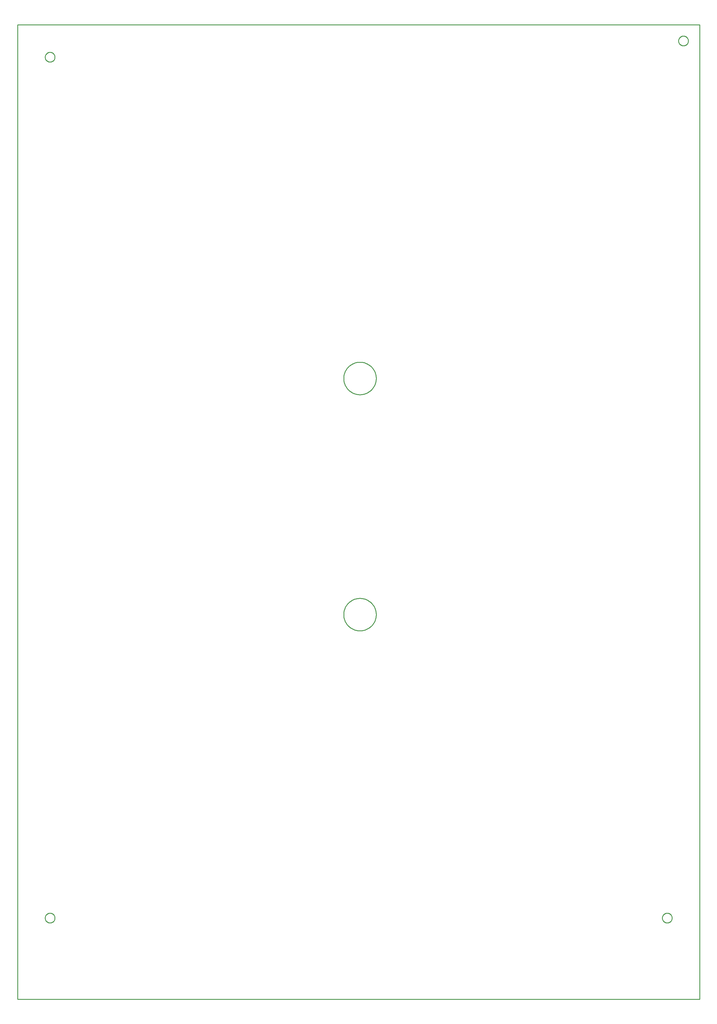
<source format=gbr>
G04 EAGLE Gerber RS-274X export*
G75*
%MOMM*%
%FSLAX34Y34*%
%LPD*%
%IN*%
%IPPOS*%
%AMOC8*
5,1,8,0,0,1.08239X$1,22.5*%
G01*
%ADD10C,0.254000*%


D10*
X0Y0D02*
X2100000Y0D01*
X2100000Y3000000D01*
X0Y3000000D01*
X0Y0D01*
X115000Y249464D02*
X114924Y248396D01*
X114771Y247335D01*
X114543Y246288D01*
X114241Y245260D01*
X113867Y244256D01*
X113422Y243281D01*
X112908Y242341D01*
X112329Y241440D01*
X111687Y240582D01*
X110985Y239772D01*
X110228Y239015D01*
X109418Y238313D01*
X108560Y237671D01*
X107659Y237092D01*
X106719Y236578D01*
X105744Y236133D01*
X104740Y235759D01*
X103712Y235457D01*
X102665Y235229D01*
X101604Y235076D01*
X100536Y235000D01*
X99464Y235000D01*
X98396Y235076D01*
X97335Y235229D01*
X96288Y235457D01*
X95260Y235759D01*
X94256Y236133D01*
X93281Y236578D01*
X92341Y237092D01*
X91440Y237671D01*
X90582Y238313D01*
X89772Y239015D01*
X89015Y239772D01*
X88313Y240582D01*
X87671Y241440D01*
X87092Y242341D01*
X86578Y243281D01*
X86133Y244256D01*
X85759Y245260D01*
X85457Y246288D01*
X85229Y247335D01*
X85076Y248396D01*
X85000Y249464D01*
X85000Y250536D01*
X85076Y251604D01*
X85229Y252665D01*
X85457Y253712D01*
X85759Y254740D01*
X86133Y255744D01*
X86578Y256719D01*
X87092Y257659D01*
X87671Y258560D01*
X88313Y259418D01*
X89015Y260228D01*
X89772Y260985D01*
X90582Y261687D01*
X91440Y262329D01*
X92341Y262908D01*
X93281Y263422D01*
X94256Y263867D01*
X95260Y264241D01*
X96288Y264543D01*
X97335Y264771D01*
X98396Y264924D01*
X99464Y265000D01*
X100536Y265000D01*
X101604Y264924D01*
X102665Y264771D01*
X103712Y264543D01*
X104740Y264241D01*
X105744Y263867D01*
X106719Y263422D01*
X107659Y262908D01*
X108560Y262329D01*
X109418Y261687D01*
X110228Y260985D01*
X110985Y260228D01*
X111687Y259418D01*
X112329Y258560D01*
X112908Y257659D01*
X113422Y256719D01*
X113867Y255744D01*
X114241Y254740D01*
X114543Y253712D01*
X114771Y252665D01*
X114924Y251604D01*
X115000Y250536D01*
X115000Y249464D01*
X2015000Y249464D02*
X2014924Y248396D01*
X2014771Y247335D01*
X2014543Y246288D01*
X2014241Y245260D01*
X2013867Y244256D01*
X2013422Y243281D01*
X2012908Y242341D01*
X2012329Y241440D01*
X2011687Y240582D01*
X2010985Y239772D01*
X2010228Y239015D01*
X2009418Y238313D01*
X2008560Y237671D01*
X2007659Y237092D01*
X2006719Y236578D01*
X2005744Y236133D01*
X2004740Y235759D01*
X2003712Y235457D01*
X2002665Y235229D01*
X2001604Y235076D01*
X2000536Y235000D01*
X1999464Y235000D01*
X1998396Y235076D01*
X1997335Y235229D01*
X1996288Y235457D01*
X1995260Y235759D01*
X1994256Y236133D01*
X1993281Y236578D01*
X1992341Y237092D01*
X1991440Y237671D01*
X1990582Y238313D01*
X1989772Y239015D01*
X1989015Y239772D01*
X1988313Y240582D01*
X1987671Y241440D01*
X1987092Y242341D01*
X1986578Y243281D01*
X1986133Y244256D01*
X1985759Y245260D01*
X1985457Y246288D01*
X1985229Y247335D01*
X1985076Y248396D01*
X1985000Y249464D01*
X1985000Y250536D01*
X1985076Y251604D01*
X1985229Y252665D01*
X1985457Y253712D01*
X1985759Y254740D01*
X1986133Y255744D01*
X1986578Y256719D01*
X1987092Y257659D01*
X1987671Y258560D01*
X1988313Y259418D01*
X1989015Y260228D01*
X1989772Y260985D01*
X1990582Y261687D01*
X1991440Y262329D01*
X1992341Y262908D01*
X1993281Y263422D01*
X1994256Y263867D01*
X1995260Y264241D01*
X1996288Y264543D01*
X1997335Y264771D01*
X1998396Y264924D01*
X1999464Y265000D01*
X2000536Y265000D01*
X2001604Y264924D01*
X2002665Y264771D01*
X2003712Y264543D01*
X2004740Y264241D01*
X2005744Y263867D01*
X2006719Y263422D01*
X2007659Y262908D01*
X2008560Y262329D01*
X2009418Y261687D01*
X2010228Y260985D01*
X2010985Y260228D01*
X2011687Y259418D01*
X2012329Y258560D01*
X2012908Y257659D01*
X2013422Y256719D01*
X2013867Y255744D01*
X2014241Y254740D01*
X2014543Y253712D01*
X2014771Y252665D01*
X2014924Y251604D01*
X2015000Y250536D01*
X2015000Y249464D01*
X2065000Y2949464D02*
X2064924Y2948396D01*
X2064771Y2947335D01*
X2064543Y2946288D01*
X2064241Y2945260D01*
X2063867Y2944256D01*
X2063422Y2943281D01*
X2062908Y2942341D01*
X2062329Y2941440D01*
X2061687Y2940582D01*
X2060985Y2939772D01*
X2060228Y2939015D01*
X2059418Y2938313D01*
X2058560Y2937671D01*
X2057659Y2937092D01*
X2056719Y2936578D01*
X2055744Y2936133D01*
X2054740Y2935759D01*
X2053712Y2935457D01*
X2052665Y2935229D01*
X2051604Y2935076D01*
X2050536Y2935000D01*
X2049464Y2935000D01*
X2048396Y2935076D01*
X2047335Y2935229D01*
X2046288Y2935457D01*
X2045260Y2935759D01*
X2044256Y2936133D01*
X2043281Y2936578D01*
X2042341Y2937092D01*
X2041440Y2937671D01*
X2040582Y2938313D01*
X2039772Y2939015D01*
X2039015Y2939772D01*
X2038313Y2940582D01*
X2037671Y2941440D01*
X2037092Y2942341D01*
X2036578Y2943281D01*
X2036133Y2944256D01*
X2035759Y2945260D01*
X2035457Y2946288D01*
X2035229Y2947335D01*
X2035076Y2948396D01*
X2035000Y2949464D01*
X2035000Y2950536D01*
X2035076Y2951604D01*
X2035229Y2952665D01*
X2035457Y2953712D01*
X2035759Y2954740D01*
X2036133Y2955744D01*
X2036578Y2956719D01*
X2037092Y2957659D01*
X2037671Y2958560D01*
X2038313Y2959418D01*
X2039015Y2960228D01*
X2039772Y2960985D01*
X2040582Y2961687D01*
X2041440Y2962329D01*
X2042341Y2962908D01*
X2043281Y2963422D01*
X2044256Y2963867D01*
X2045260Y2964241D01*
X2046288Y2964543D01*
X2047335Y2964771D01*
X2048396Y2964924D01*
X2049464Y2965000D01*
X2050536Y2965000D01*
X2051604Y2964924D01*
X2052665Y2964771D01*
X2053712Y2964543D01*
X2054740Y2964241D01*
X2055744Y2963867D01*
X2056719Y2963422D01*
X2057659Y2962908D01*
X2058560Y2962329D01*
X2059418Y2961687D01*
X2060228Y2960985D01*
X2060985Y2960228D01*
X2061687Y2959418D01*
X2062329Y2958560D01*
X2062908Y2957659D01*
X2063422Y2956719D01*
X2063867Y2955744D01*
X2064241Y2954740D01*
X2064543Y2953712D01*
X2064771Y2952665D01*
X2064924Y2951604D01*
X2065000Y2950536D01*
X2065000Y2949464D01*
X115000Y2899464D02*
X114924Y2898396D01*
X114771Y2897335D01*
X114543Y2896288D01*
X114241Y2895260D01*
X113867Y2894256D01*
X113422Y2893281D01*
X112908Y2892341D01*
X112329Y2891440D01*
X111687Y2890582D01*
X110985Y2889772D01*
X110228Y2889015D01*
X109418Y2888313D01*
X108560Y2887671D01*
X107659Y2887092D01*
X106719Y2886578D01*
X105744Y2886133D01*
X104740Y2885759D01*
X103712Y2885457D01*
X102665Y2885229D01*
X101604Y2885076D01*
X100536Y2885000D01*
X99464Y2885000D01*
X98396Y2885076D01*
X97335Y2885229D01*
X96288Y2885457D01*
X95260Y2885759D01*
X94256Y2886133D01*
X93281Y2886578D01*
X92341Y2887092D01*
X91440Y2887671D01*
X90582Y2888313D01*
X89772Y2889015D01*
X89015Y2889772D01*
X88313Y2890582D01*
X87671Y2891440D01*
X87092Y2892341D01*
X86578Y2893281D01*
X86133Y2894256D01*
X85759Y2895260D01*
X85457Y2896288D01*
X85229Y2897335D01*
X85076Y2898396D01*
X85000Y2899464D01*
X85000Y2900536D01*
X85076Y2901604D01*
X85229Y2902665D01*
X85457Y2903712D01*
X85759Y2904740D01*
X86133Y2905744D01*
X86578Y2906719D01*
X87092Y2907659D01*
X87671Y2908560D01*
X88313Y2909418D01*
X89015Y2910228D01*
X89772Y2910985D01*
X90582Y2911687D01*
X91440Y2912329D01*
X92341Y2912908D01*
X93281Y2913422D01*
X94256Y2913867D01*
X95260Y2914241D01*
X96288Y2914543D01*
X97335Y2914771D01*
X98396Y2914924D01*
X99464Y2915000D01*
X100536Y2915000D01*
X101604Y2914924D01*
X102665Y2914771D01*
X103712Y2914543D01*
X104740Y2914241D01*
X105744Y2913867D01*
X106719Y2913422D01*
X107659Y2912908D01*
X108560Y2912329D01*
X109418Y2911687D01*
X110228Y2910985D01*
X110985Y2910228D01*
X111687Y2909418D01*
X112329Y2908560D01*
X112908Y2907659D01*
X113422Y2906719D01*
X113867Y2905744D01*
X114241Y2904740D01*
X114543Y2903712D01*
X114771Y2902665D01*
X114924Y2901604D01*
X115000Y2900536D01*
X115000Y2899464D01*
X1104100Y1183118D02*
X1104023Y1181156D01*
X1103869Y1179198D01*
X1103638Y1177248D01*
X1103331Y1175309D01*
X1102948Y1173382D01*
X1102489Y1171473D01*
X1101956Y1169583D01*
X1101349Y1167715D01*
X1100670Y1165873D01*
X1099918Y1164059D01*
X1099096Y1162275D01*
X1098205Y1160526D01*
X1097245Y1158812D01*
X1096219Y1157138D01*
X1095128Y1155505D01*
X1093974Y1153916D01*
X1092758Y1152374D01*
X1091483Y1150881D01*
X1090150Y1149439D01*
X1088761Y1148050D01*
X1087319Y1146717D01*
X1085826Y1145442D01*
X1084284Y1144226D01*
X1082695Y1143072D01*
X1081062Y1141981D01*
X1079388Y1140955D01*
X1077674Y1139995D01*
X1075925Y1139104D01*
X1074141Y1138282D01*
X1072327Y1137530D01*
X1070485Y1136851D01*
X1068617Y1136244D01*
X1066727Y1135711D01*
X1064818Y1135252D01*
X1062892Y1134869D01*
X1060952Y1134562D01*
X1059002Y1134331D01*
X1057044Y1134177D01*
X1055082Y1134100D01*
X1053118Y1134100D01*
X1051156Y1134177D01*
X1049198Y1134331D01*
X1047248Y1134562D01*
X1045309Y1134869D01*
X1043382Y1135252D01*
X1041473Y1135711D01*
X1039583Y1136244D01*
X1037715Y1136851D01*
X1035873Y1137530D01*
X1034059Y1138282D01*
X1032275Y1139104D01*
X1030526Y1139995D01*
X1028812Y1140955D01*
X1027138Y1141981D01*
X1025505Y1143072D01*
X1023916Y1144226D01*
X1022374Y1145442D01*
X1020881Y1146717D01*
X1019439Y1148050D01*
X1018050Y1149439D01*
X1016717Y1150881D01*
X1015442Y1152374D01*
X1014226Y1153916D01*
X1013072Y1155505D01*
X1011981Y1157138D01*
X1010955Y1158812D01*
X1009995Y1160526D01*
X1009104Y1162275D01*
X1008282Y1164059D01*
X1007530Y1165873D01*
X1006851Y1167715D01*
X1006244Y1169583D01*
X1005711Y1171473D01*
X1005252Y1173382D01*
X1004869Y1175309D01*
X1004562Y1177248D01*
X1004331Y1179198D01*
X1004177Y1181156D01*
X1004100Y1183118D01*
X1004100Y1185082D01*
X1004177Y1187044D01*
X1004331Y1189002D01*
X1004562Y1190952D01*
X1004869Y1192892D01*
X1005252Y1194818D01*
X1005711Y1196727D01*
X1006244Y1198617D01*
X1006851Y1200485D01*
X1007530Y1202327D01*
X1008282Y1204141D01*
X1009104Y1205925D01*
X1009995Y1207674D01*
X1010955Y1209388D01*
X1011981Y1211062D01*
X1013072Y1212695D01*
X1014226Y1214284D01*
X1015442Y1215826D01*
X1016717Y1217319D01*
X1018050Y1218761D01*
X1019439Y1220150D01*
X1020881Y1221483D01*
X1022374Y1222758D01*
X1023916Y1223974D01*
X1025505Y1225128D01*
X1027138Y1226219D01*
X1028812Y1227245D01*
X1030526Y1228205D01*
X1032275Y1229096D01*
X1034059Y1229918D01*
X1035873Y1230670D01*
X1037715Y1231349D01*
X1039583Y1231956D01*
X1041473Y1232489D01*
X1043382Y1232948D01*
X1045309Y1233331D01*
X1047248Y1233638D01*
X1049198Y1233869D01*
X1051156Y1234023D01*
X1053118Y1234100D01*
X1055082Y1234100D01*
X1057044Y1234023D01*
X1059002Y1233869D01*
X1060952Y1233638D01*
X1062892Y1233331D01*
X1064818Y1232948D01*
X1066727Y1232489D01*
X1068617Y1231956D01*
X1070485Y1231349D01*
X1072327Y1230670D01*
X1074141Y1229918D01*
X1075925Y1229096D01*
X1077674Y1228205D01*
X1079388Y1227245D01*
X1081062Y1226219D01*
X1082695Y1225128D01*
X1084284Y1223974D01*
X1085826Y1222758D01*
X1087319Y1221483D01*
X1088761Y1220150D01*
X1090150Y1218761D01*
X1091483Y1217319D01*
X1092758Y1215826D01*
X1093974Y1214284D01*
X1095128Y1212695D01*
X1096219Y1211062D01*
X1097245Y1209388D01*
X1098205Y1207674D01*
X1099096Y1205925D01*
X1099918Y1204141D01*
X1100670Y1202327D01*
X1101349Y1200485D01*
X1101956Y1198617D01*
X1102489Y1196727D01*
X1102948Y1194818D01*
X1103331Y1192892D01*
X1103638Y1190952D01*
X1103869Y1189002D01*
X1104023Y1187044D01*
X1104100Y1185082D01*
X1104100Y1183118D01*
X1104100Y1910118D02*
X1104023Y1908156D01*
X1103869Y1906198D01*
X1103638Y1904248D01*
X1103331Y1902309D01*
X1102948Y1900382D01*
X1102489Y1898473D01*
X1101956Y1896583D01*
X1101349Y1894715D01*
X1100670Y1892873D01*
X1099918Y1891059D01*
X1099096Y1889275D01*
X1098205Y1887526D01*
X1097245Y1885812D01*
X1096219Y1884138D01*
X1095128Y1882505D01*
X1093974Y1880916D01*
X1092758Y1879374D01*
X1091483Y1877881D01*
X1090150Y1876439D01*
X1088761Y1875050D01*
X1087319Y1873717D01*
X1085826Y1872442D01*
X1084284Y1871226D01*
X1082695Y1870072D01*
X1081062Y1868981D01*
X1079388Y1867955D01*
X1077674Y1866995D01*
X1075925Y1866104D01*
X1074141Y1865282D01*
X1072327Y1864530D01*
X1070485Y1863851D01*
X1068617Y1863244D01*
X1066727Y1862711D01*
X1064818Y1862252D01*
X1062892Y1861869D01*
X1060952Y1861562D01*
X1059002Y1861331D01*
X1057044Y1861177D01*
X1055082Y1861100D01*
X1053118Y1861100D01*
X1051156Y1861177D01*
X1049198Y1861331D01*
X1047248Y1861562D01*
X1045309Y1861869D01*
X1043382Y1862252D01*
X1041473Y1862711D01*
X1039583Y1863244D01*
X1037715Y1863851D01*
X1035873Y1864530D01*
X1034059Y1865282D01*
X1032275Y1866104D01*
X1030526Y1866995D01*
X1028812Y1867955D01*
X1027138Y1868981D01*
X1025505Y1870072D01*
X1023916Y1871226D01*
X1022374Y1872442D01*
X1020881Y1873717D01*
X1019439Y1875050D01*
X1018050Y1876439D01*
X1016717Y1877881D01*
X1015442Y1879374D01*
X1014226Y1880916D01*
X1013072Y1882505D01*
X1011981Y1884138D01*
X1010955Y1885812D01*
X1009995Y1887526D01*
X1009104Y1889275D01*
X1008282Y1891059D01*
X1007530Y1892873D01*
X1006851Y1894715D01*
X1006244Y1896583D01*
X1005711Y1898473D01*
X1005252Y1900382D01*
X1004869Y1902309D01*
X1004562Y1904248D01*
X1004331Y1906198D01*
X1004177Y1908156D01*
X1004100Y1910118D01*
X1004100Y1912082D01*
X1004177Y1914044D01*
X1004331Y1916002D01*
X1004562Y1917952D01*
X1004869Y1919892D01*
X1005252Y1921818D01*
X1005711Y1923727D01*
X1006244Y1925617D01*
X1006851Y1927485D01*
X1007530Y1929327D01*
X1008282Y1931141D01*
X1009104Y1932925D01*
X1009995Y1934674D01*
X1010955Y1936388D01*
X1011981Y1938062D01*
X1013072Y1939695D01*
X1014226Y1941284D01*
X1015442Y1942826D01*
X1016717Y1944319D01*
X1018050Y1945761D01*
X1019439Y1947150D01*
X1020881Y1948483D01*
X1022374Y1949758D01*
X1023916Y1950974D01*
X1025505Y1952128D01*
X1027138Y1953219D01*
X1028812Y1954245D01*
X1030526Y1955205D01*
X1032275Y1956096D01*
X1034059Y1956918D01*
X1035873Y1957670D01*
X1037715Y1958349D01*
X1039583Y1958956D01*
X1041473Y1959489D01*
X1043382Y1959948D01*
X1045309Y1960331D01*
X1047248Y1960638D01*
X1049198Y1960869D01*
X1051156Y1961023D01*
X1053118Y1961100D01*
X1055082Y1961100D01*
X1057044Y1961023D01*
X1059002Y1960869D01*
X1060952Y1960638D01*
X1062892Y1960331D01*
X1064818Y1959948D01*
X1066727Y1959489D01*
X1068617Y1958956D01*
X1070485Y1958349D01*
X1072327Y1957670D01*
X1074141Y1956918D01*
X1075925Y1956096D01*
X1077674Y1955205D01*
X1079388Y1954245D01*
X1081062Y1953219D01*
X1082695Y1952128D01*
X1084284Y1950974D01*
X1085826Y1949758D01*
X1087319Y1948483D01*
X1088761Y1947150D01*
X1090150Y1945761D01*
X1091483Y1944319D01*
X1092758Y1942826D01*
X1093974Y1941284D01*
X1095128Y1939695D01*
X1096219Y1938062D01*
X1097245Y1936388D01*
X1098205Y1934674D01*
X1099096Y1932925D01*
X1099918Y1931141D01*
X1100670Y1929327D01*
X1101349Y1927485D01*
X1101956Y1925617D01*
X1102489Y1923727D01*
X1102948Y1921818D01*
X1103331Y1919892D01*
X1103638Y1917952D01*
X1103869Y1916002D01*
X1104023Y1914044D01*
X1104100Y1912082D01*
X1104100Y1910118D01*
M02*

</source>
